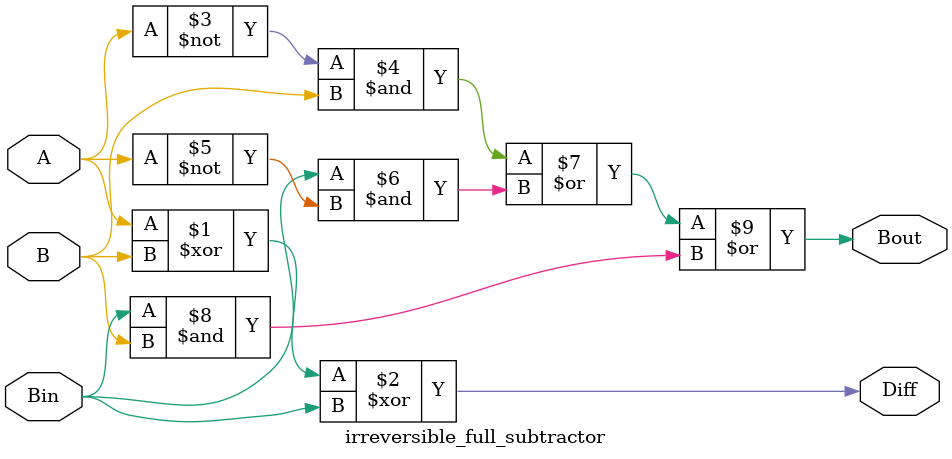
<source format=v>
module irreversible_full_subtractor(
  input A,
  input B,
  input Bin,
  output Diff,
  output Bout
);
  assign Diff = A ^ B ^ Bin;
  assign Bout = (~A & B) | (Bin & ~A) | (Bin & B);
endmodule

</source>
